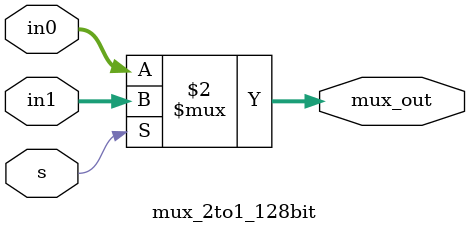
<source format=v>
module mux_2to1_128bit(
	input s,
	input [127:0] in0,
	input [127:0] in1,
	output wire [127:0] mux_out
);
	assign mux_out = (s == 1'b0) ? in0 : in1;
endmodule
</source>
